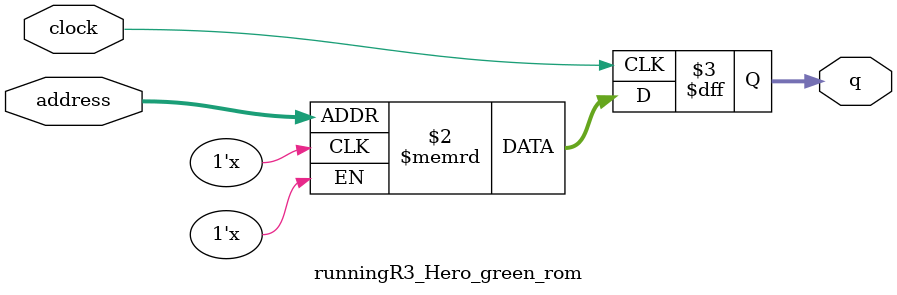
<source format=sv>
module runningR3_Hero_green_rom (
	input logic clock,
	input logic [11:0] address,
	output logic [2:0] q
);

logic [2:0] memory [0:2639] /* synthesis ram_init_file = "./runningR3_Hero_green/runningR3_Hero_green.mif" */;

always_ff @ (posedge clock) begin
	q <= memory[address];
end

endmodule

</source>
